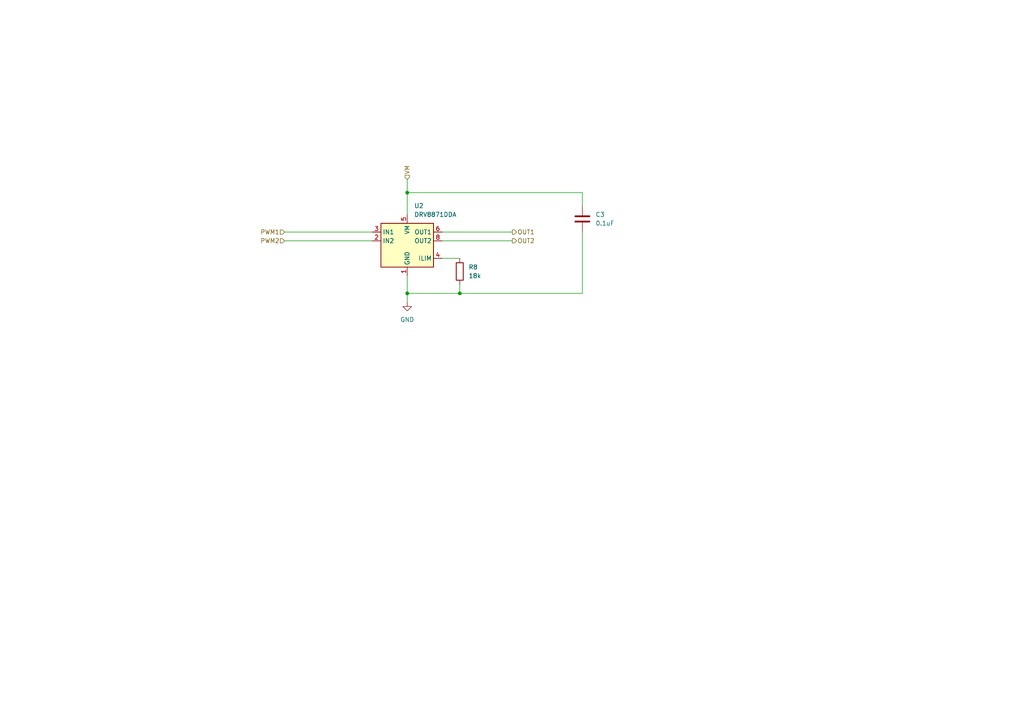
<source format=kicad_sch>
(kicad_sch (version 20211123) (generator eeschema)
  (paper "A4")
  (lib_symbols
    (symbol "Device:C" (pin_numbers hide) (pin_names (offset 0.254))
      (property "Reference" "C" (at 0.635 2.54 0))
      (property "Value" "C" (at 0.635 -2.54 0))
      (symbol "C_0_1"
        (polyline (pts (xy -2.032 -0.762) (xy 2.032 -0.762)) (stroke (width 0.508)))
        (polyline (pts (xy -2.032 0.762) (xy 2.032 0.762)) (stroke (width 0.508)))
      )
      (symbol "C_1_1"
        (pin passive line (at 0 3.81 270) (length 2.794) (name "~") (number "1"))
        (pin passive line (at 0 -3.81 90) (length 2.794) (name "~") (number "2"))
      )
    )
    (symbol "Device:R" (pin_numbers hide) (pin_names (offset 0))
      (property "Reference" "R" (at 2.032 0 90))
      (property "Value" "R" (at 0 0 90))
      (symbol "R_0_1"
        (rectangle (start -1.016 -2.54) (end 1.016 2.54) (stroke (width 0.254)))
      )
      (symbol "R_1_1"
        (pin passive line (at 0 3.81 270) (length 1.27) (name "~") (number "1"))
        (pin passive line (at 0 -3.81 90) (length 1.27) (name "~") (number "2"))
      )
    )
    (symbol "Driver_Motor:DRV8871DDA"
      (property "Reference" "U" (at -6.35 6.35 0))
      (property "Value" "DRV8871DDA" (at 8.89 6.35 0))
      (symbol "DRV8871DDA_0_1"
        (rectangle (start -7.62 5.08) (end 7.62 -7.62) (stroke (width 0.254)) (fill (type background)))
      )
      (symbol "DRV8871DDA_1_1"
        (pin power_in line (at 0 -10.16 90) (length 2.54) (name "GND") (number "1"))
        (pin input line (at -10.16 0 0) (length 2.54) (name "IN2") (number "2"))
        (pin input line (at -10.16 2.54 0) (length 2.54) (name "IN1") (number "3"))
        (pin passive line (at 10.16 -5.08 180) (length 2.54) (name "ILIM") (number "4"))
        (pin power_in line (at 0 7.62 270) (length 2.54) (name "VM") (number "5"))
        (pin output line (at 10.16 2.54 180) (length 2.54) (name "OUT1") (number "6"))
        (pin passive line (at 0 -10.16 90) (length 2.54) hide (name "GND") (number "7"))
        (pin output line (at 10.16 0 180) (length 2.54) (name "OUT2") (number "8"))
        (pin passive line (at 0 -10.16 90) (length 2.54) hide (name "GND") (number "9"))
      )
    )
    (symbol "power:GND" (power) (pin_names (offset 0))
      (property "Value" "GND" (at 0 -3.81 0))
      (symbol "GND_0_1"
        (polyline (pts (xy 0 0) (xy 0 -1.27) (xy 1.27 -1.27) (xy 0 -2.54) (xy -1.27 -1.27) (xy 0 -1.27)))
      )
      (symbol "GND_1_1"
        (pin power_in line (at 0 0 270) (length 0) hide (name "GND") (number "1"))
      )
    )
  )
  (junction (at 118.11 55.88))
  (junction (at 133.35 85.09))
  (junction (at 118.11 85.09))
  (wire (pts (xy 128.27 74.93) (xy 133.35 74.93)))
  (wire (pts (xy 168.91 67.31) (xy 168.91 85.09)))
  (wire (pts (xy 118.11 55.88) (xy 168.91 55.88)))
  (wire (pts (xy 118.11 55.88) (xy 118.11 62.23)))
  (wire (pts (xy 118.11 85.09) (xy 118.11 87.63)))
  (wire (pts (xy 128.27 67.31) (xy 148.59 67.31)))
  (wire (pts (xy 82.55 67.31) (xy 107.95 67.31)))
  (wire (pts (xy 118.11 80.01) (xy 118.11 85.09)))
  (wire (pts (xy 82.55 69.85) (xy 107.95 69.85)))
  (wire (pts (xy 128.27 69.85) (xy 148.59 69.85)))
  (wire (pts (xy 168.91 59.69) (xy 168.91 55.88)))
  (wire (pts (xy 118.11 85.09) (xy 133.35 85.09)))
  (wire (pts (xy 118.11 52.07) (xy 118.11 55.88)))
  (wire (pts (xy 133.35 85.09) (xy 133.35 82.55)))
  (wire (pts (xy 168.91 85.09) (xy 133.35 85.09)))
  (hierarchical_label "PWM2" (shape input) (at 82.55 69.85 180))
  (hierarchical_label "OUT2" (shape output) (at 148.59 69.85 0))
  (hierarchical_label "VM" (shape input) (at 118.11 52.07 90))
  (hierarchical_label "OUT1" (shape output) (at 148.59 67.31 0))
  (hierarchical_label "PWM1" (shape input) (at 82.55 67.31 180))
  (symbol (lib_id "Device:R") (at 133.35 78.74 0) (unit 1)
    (property "Reference" "R8" (at 135.89 77.4699 0) (effects (justify left)))
    (property "Value" "18k" (at 135.89 80.0099 0) (effects (justify left)))
    (property "Footprint" "Resistor_SMD:R_1206_3216Metric" (effects hide))
  )
  (symbol (lib_id "Device:C") (at 168.91 63.5 0) (unit 1)
    (property "Reference" "C3" (at 172.72 62.2299 0) (effects (justify left)))
    (property "Value" "0.1uF" (at 172.72 64.7699 0) (effects (justify left)))
    (property "Footprint" "Capacitor_SMD:C_0805_2012Metric" (effects hide))
  )
  (symbol (lib_id "Driver_Motor:DRV8871DDA") (at 118.11 69.85 0) (unit 1)
    (property "Reference" "U2" (at 120.1294 59.69 0) (effects (justify left)))
    (property "Value" "DRV8871DDA" (at 120.1294 62.23 0) (effects (justify left)))
    (property "Footprint" "Package_SO:Texas_HTSOP-8-1EP_3.9x4.9mm_P1.27mm_EP2.95x4.9mm_Mask2.4x3.1mm_ThermalVias" (effects hide))
    (property "Datasheet" "http://www.ti.com/lit/ds/symlink/drv8871.pdf" (effects hide))
  )
  (symbol (lib_id "power:GND") (at 118.11 87.63 0) (unit 1)
    (property "Reference" "#PWR031" (effects hide))
    (property "Value" "GND" (at 118.11 92.71 0))
  )
)
</source>
